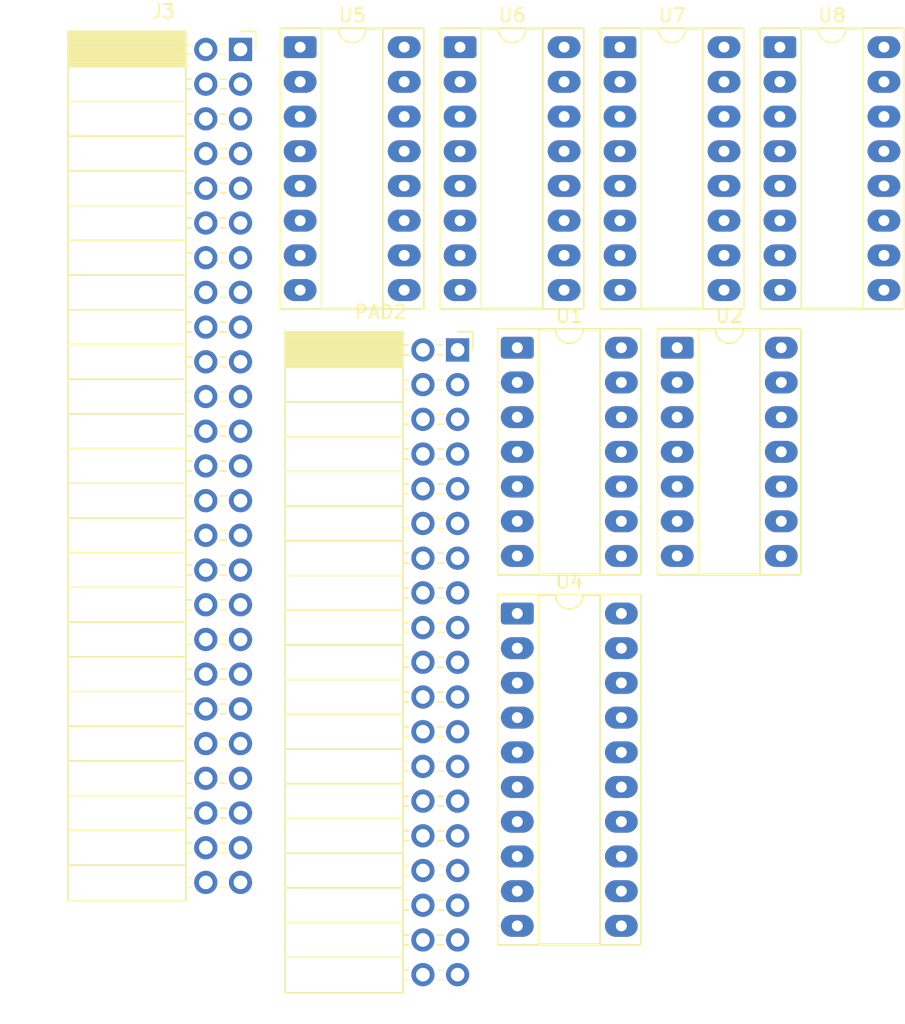
<source format=kicad_pcb>
(kicad_pcb (version 20241229) (generator "pcbnew") (generator_version "9.0")
  (layers (0 "F.Cu" signal) (2 "B.Cu" signal) (13 "F.Paste" user) (15 "B.Paste" user) (5 "F.SilkS" user "F.Silkscreen") (7 "B.SilkS" user "B.Silkscreen") (1 "F.Mask" user) (3 "B.Mask" user) (25 "Edge.Cuts" user))
  (net 0 "")
  (net 5 "/MemWrite")
  (net 7 "/IntReq")
  (net 8 "/BUS1")
  (net 11 "/IntAck")
  (net 12 "/Reset")
  (net 13 "/AddrLowIn")
  (net 14 "/AddrInc")
  (net 15 "VCC")
  (net 16 "GND")
  (net 17 "/BUS7")
  (net 19 "/MemRead")
  (net 20 "/AddrDec")
  (net 22 "/Halt")
  (net 24 "/Wait")
  (net 25 "/BUS3")
  (net 27 "/BUS2")
  (net 28 "/BUS6")
  (net 29 "/~{Clk}")
  (net 32 "/Pulse")
  (net 33 "/Clk")
  (net 36 "/BUS0")
  (net 38 "/BUS5")
  (net 39 "/BUS4")
  (net 40 "/AddrHighIn")
  (net 45 "/ADDRESS14")
  (net 46 "/ADDRESS8")
  (net 47 "/ADDRESS9")
  (net 48 "/ADDRESS0")
  (net 49 "/DATA3")
  (net 50 "/ADDRESS7")
  (net 51 "/ADDRESS2")
  (net 52 "/ADDRESS12")
  (net 53 "/DATA1")
  (net 54 "/ADDRESS11")
  (net 55 "/ADDRESS5")
  (net 56 "/DATA7")
  (net 57 "/DATA5")
  (net 58 "/ADDRESS6")
  (net 59 "/ADDRESS1")
  (net 60 "/DATA6")
  (net 61 "/ADDRESS15")
  (net 62 "/ADDRESS10")
  (net 63 "/DATA0")
  (net 64 "/DATA4")
  (net 65 "/ADDRESS4")
  (net 66 "/ADDRESS3")
  (net 67 "/ADDRESS13")
  (net 68 "/DATA2")
  (net 69 "Net-(U5-~{LOAD})")
  (net 70 "Net-(U8-DOWN)")
  (net 71 "Net-(U8-UP)")
  (net 72 "Net-(U7-~{LOAD})")
  (net 73 "Net-(U2-Pad1)")
  (net 74 "Net-(U4-CE)")
  (net 75 "Net-(U2-Pad10)")
  (net 76 "Net-(U4-A->B)")
  (net 78 "Net-(U5-UP)")
  (net 79 "Net-(U5-DOWN)")
  (net 81 "Net-(U6-UP)")
  (net 82 "Net-(U6-DOWN)")
  (net 83 "Net-(U7-DOWN)")
  (net 84 "Net-(U7-UP)")
  (footprint "Package_DIP:DIP-16_W7.62mm_Socket_LongPads" (layer "F.Cu") (at 90.96 54.22)
    (property "Reference" "U6" (at 3.81 -2.33 0) (layer "F.SilkS"))
    (property "Value" "74LS193")
    (pad "1" thru_hole roundrect (at 0 0) (size 2.4 1.6) (drill 0.8) (layers "*.Cu" "*.Mask") (roundrect_rratio 0.15625) (net 8 "/BUS1"))
    (pad "2" thru_hole oval (at 0 2.54) (size 2.4 1.6) (drill 0.8) (layers "*.Cu" "*.Mask") (net 47 "/ADDRESS9"))
    (pad "3" thru_hole oval (at 0 5.08) (size 2.4 1.6) (drill 0.8) (layers "*.Cu" "*.Mask") (net 46 "/ADDRESS8"))
    (pad "4" thru_hole oval (at 0 7.62) (size 2.4 1.6) (drill 0.8) (layers "*.Cu" "*.Mask") (net 82 "Net-(U6-DOWN)"))
    (pad "5" thru_hole oval (at 0 10.16) (size 2.4 1.6) (drill 0.8) (layers "*.Cu" "*.Mask") (net 81 "Net-(U6-UP)"))
    (pad "6" thru_hole oval (at 0 12.7) (size 2.4 1.6) (drill 0.8) (layers "*.Cu" "*.Mask") (net 62 "/ADDRESS10"))
    (pad "7" thru_hole oval (at 0 15.24) (size 2.4 1.6) (drill 0.8) (layers "*.Cu" "*.Mask") (net 54 "/ADDRESS11"))
    (pad "8" thru_hole oval (at 0 17.78) (size 2.4 1.6) (drill 0.8) (layers "*.Cu" "*.Mask") (net 16 "GND"))
    (pad "9" thru_hole oval (at 7.62 17.78) (size 2.4 1.6) (drill 0.8) (layers "*.Cu" "*.Mask") (net 25 "/BUS3"))
    (pad "10" thru_hole oval (at 7.62 15.24) (size 2.4 1.6) (drill 0.8) (layers "*.Cu" "*.Mask") (net 27 "/BUS2"))
    (pad "11" thru_hole oval (at 7.62 12.7) (size 2.4 1.6) (drill 0.8) (layers "*.Cu" "*.Mask") (net 69 "Net-(U5-~{LOAD})"))
    (pad "12" thru_hole oval (at 7.62 10.16) (size 2.4 1.6) (drill 0.8) (layers "*.Cu" "*.Mask") (net 78 "Net-(U5-UP)"))
    (pad "13" thru_hole oval (at 7.62 7.62) (size 2.4 1.6) (drill 0.8) (layers "*.Cu" "*.Mask") (net 79 "Net-(U5-DOWN)"))
    (pad "14" thru_hole oval (at 7.62 5.08) (size 2.4 1.6) (drill 0.8) (layers "*.Cu" "*.Mask") (net 12 "/Reset"))
    (pad "15" thru_hole oval (at 7.62 2.54) (size 2.4 1.6) (drill 0.8) (layers "*.Cu" "*.Mask") (net 36 "/BUS0"))
    (pad "16" thru_hole oval (at 7.62 0) (size 2.4 1.6) (drill 0.8) (layers "*.Cu" "*.Mask") (net 15 "VCC"))
  )
  (footprint "Package_DIP:DIP-20_W7.62mm_Socket_LongPads" (layer "F.Cu") (at 95.15 95.67)
    (property "Reference" "U4" (at 3.81 -2.33 0) (layer "F.SilkS"))
    (property "Value" "74LS245")
    (pad "1" thru_hole roundrect (at 0 0) (size 2.4 1.6) (drill 0.8) (layers "*.Cu" "*.Mask") (roundrect_rratio 0.15625) (net 76 "Net-(U4-A->B)"))
    (pad "2" thru_hole oval (at 0 2.54) (size 2.4 1.6) (drill 0.8) (layers "*.Cu" "*.Mask") (net 63 "/DATA0"))
    (pad "3" thru_hole oval (at 0 5.08) (size 2.4 1.6) (drill 0.8) (layers "*.Cu" "*.Mask") (net 53 "/DATA1"))
    (pad "4" thru_hole oval (at 0 7.62) (size 2.4 1.6) (drill 0.8) (layers "*.Cu" "*.Mask") (net 68 "/DATA2"))
    (pad "5" thru_hole oval (at 0 10.16) (size 2.4 1.6) (drill 0.8) (layers "*.Cu" "*.Mask") (net 49 "/DATA3"))
    (pad "6" thru_hole oval (at 0 12.7) (size 2.4 1.6) (drill 0.8) (layers "*.Cu" "*.Mask") (net 64 "/DATA4"))
    (pad "7" thru_hole oval (at 0 15.24) (size 2.4 1.6) (drill 0.8) (layers "*.Cu" "*.Mask") (net 57 "/DATA5"))
    (pad "8" thru_hole oval (at 0 17.78) (size 2.4 1.6) (drill 0.8) (layers "*.Cu" "*.Mask") (net 60 "/DATA6"))
    (pad "9" thru_hole oval (at 0 20.32) (size 2.4 1.6) (drill 0.8) (layers "*.Cu" "*.Mask") (net 56 "/DATA7"))
    (pad "10" thru_hole oval (at 0 22.86) (size 2.4 1.6) (drill 0.8) (layers "*.Cu" "*.Mask") (net 16 "GND"))
    (pad "11" thru_hole oval (at 7.62 22.86) (size 2.4 1.6) (drill 0.8) (layers "*.Cu" "*.Mask") (net 17 "/BUS7"))
    (pad "12" thru_hole oval (at 7.62 20.32) (size 2.4 1.6) (drill 0.8) (layers "*.Cu" "*.Mask") (net 38 "/BUS5"))
    (pad "13" thru_hole oval (at 7.62 17.78) (size 2.4 1.6) (drill 0.8) (layers "*.Cu" "*.Mask") (net 38 "/BUS5"))
    (pad "14" thru_hole oval (at 7.62 15.24) (size 2.4 1.6) (drill 0.8) (layers "*.Cu" "*.Mask") (net 39 "/BUS4"))
    (pad "15" thru_hole oval (at 7.62 12.7) (size 2.4 1.6) (drill 0.8) (layers "*.Cu" "*.Mask") (net 25 "/BUS3"))
    (pad "16" thru_hole oval (at 7.62 10.16) (size 2.4 1.6) (drill 0.8) (layers "*.Cu" "*.Mask") (net 27 "/BUS2"))
    (pad "17" thru_hole oval (at 7.62 7.62) (size 2.4 1.6) (drill 0.8) (layers "*.Cu" "*.Mask") (net 8 "/BUS1"))
    (pad "18" thru_hole oval (at 7.62 5.08) (size 2.4 1.6) (drill 0.8) (layers "*.Cu" "*.Mask") (net 36 "/BUS0"))
    (pad "19" thru_hole oval (at 7.62 2.54) (size 2.4 1.6) (drill 0.8) (layers "*.Cu" "*.Mask") (net 74 "Net-(U4-CE)"))
    (pad "20" thru_hole oval (at 7.62 0) (size 2.4 1.6) (drill 0.8) (layers "*.Cu" "*.Mask") (net 15 "VCC"))
  )
  (footprint "Package_DIP:DIP-16_W7.62mm_Socket_LongPads" (layer "F.Cu") (at 79.25 54.22)
    (property "Reference" "U5" (at 3.81 -2.33 0) (layer "F.SilkS"))
    (property "Value" "74LS193")
    (pad "1" thru_hole roundrect (at 0 0) (size 2.4 1.6) (drill 0.8) (layers "*.Cu" "*.Mask") (roundrect_rratio 0.15625) (net 38 "/BUS5"))
    (pad "2" thru_hole oval (at 0 2.54) (size 2.4 1.6) (drill 0.8) (layers "*.Cu" "*.Mask") (net 67 "/ADDRESS13"))
    (pad "3" thru_hole oval (at 0 5.08) (size 2.4 1.6) (drill 0.8) (layers "*.Cu" "*.Mask") (net 52 "/ADDRESS12"))
    (pad "4" thru_hole oval (at 0 7.62) (size 2.4 1.6) (drill 0.8) (layers "*.Cu" "*.Mask") (net 79 "Net-(U5-DOWN)"))
    (pad "5" thru_hole oval (at 0 10.16) (size 2.4 1.6) (drill 0.8) (layers "*.Cu" "*.Mask") (net 78 "Net-(U5-UP)"))
    (pad "6" thru_hole oval (at 0 12.7) (size 2.4 1.6) (drill 0.8) (layers "*.Cu" "*.Mask") (net 45 "/ADDRESS14"))
    (pad "7" thru_hole oval (at 0 15.24) (size 2.4 1.6) (drill 0.8) (layers "*.Cu" "*.Mask") (net 61 "/ADDRESS15"))
    (pad "8" thru_hole oval (at 0 17.78) (size 2.4 1.6) (drill 0.8) (layers "*.Cu" "*.Mask") (net 16 "GND"))
    (pad "9" thru_hole oval (at 7.62 17.78) (size 2.4 1.6) (drill 0.8) (layers "*.Cu" "*.Mask") (net 17 "/BUS7"))
    (pad "10" thru_hole oval (at 7.62 15.24) (size 2.4 1.6) (drill 0.8) (layers "*.Cu" "*.Mask") (net 28 "/BUS6"))
    (pad "11" thru_hole oval (at 7.62 12.7) (size 2.4 1.6) (drill 0.8) (layers "*.Cu" "*.Mask") (net 69 "Net-(U5-~{LOAD})"))
    (pad "12" thru_hole oval (at 7.62 10.16) (size 2.4 1.6) (drill 0.8) (layers "*.Cu" "*.Mask"))
    (pad "13" thru_hole oval (at 7.62 7.62) (size 2.4 1.6) (drill 0.8) (layers "*.Cu" "*.Mask"))
    (pad "14" thru_hole oval (at 7.62 5.08) (size 2.4 1.6) (drill 0.8) (layers "*.Cu" "*.Mask") (net 12 "/Reset"))
    (pad "15" thru_hole oval (at 7.62 2.54) (size 2.4 1.6) (drill 0.8) (layers "*.Cu" "*.Mask") (net 39 "/BUS4"))
    (pad "16" thru_hole oval (at 7.62 0) (size 2.4 1.6) (drill 0.8) (layers "*.Cu" "*.Mask") (net 15 "VCC"))
  )
  (footprint "Connector_PinSocket_2.54mm:PinSocket_2x19_P2.54mm_Horizontal" (layer "F.Cu") (at 90.78 76.38)
    (property "Reference" "PAD2" (at -5.65 -2.77 0) (layer "F.SilkS"))
    (property "Value" "Conn_02x19_Counter_Clockwise")
    (pad "1" thru_hole rect (at 0 0) (size 1.7 1.7) (drill 1) (layers "*.Cu" "*.Mask") (net 16 "GND"))
    (pad "2" thru_hole circle (at -2.54 0) (size 1.7 1.7) (drill 1) (layers "*.Cu" "*.Mask") (net 33 "/Clk"))
    (pad "3" thru_hole circle (at 0 2.54) (size 1.7 1.7) (drill 1) (layers "*.Cu" "*.Mask") (net 16 "GND"))
    (pad "4" thru_hole circle (at -2.54 2.54) (size 1.7 1.7) (drill 1) (layers "*.Cu" "*.Mask") (net 63 "/DATA0"))
    (pad "5" thru_hole circle (at 0 5.08) (size 1.7 1.7) (drill 1) (layers "*.Cu" "*.Mask") (net 53 "/DATA1"))
    (pad "6" thru_hole circle (at -2.54 5.08) (size 1.7 1.7) (drill 1) (layers "*.Cu" "*.Mask") (net 68 "/DATA2"))
    (pad "7" thru_hole circle (at 0 7.62) (size 1.7 1.7) (drill 1) (layers "*.Cu" "*.Mask") (net 49 "/DATA3"))
    (pad "8" thru_hole circle (at -2.54 7.62) (size 1.7 1.7) (drill 1) (layers "*.Cu" "*.Mask") (net 64 "/DATA4"))
    (pad "9" thru_hole circle (at 0 10.16) (size 1.7 1.7) (drill 1) (layers "*.Cu" "*.Mask") (net 57 "/DATA5"))
    (pad "10" thru_hole circle (at -2.54 10.16) (size 1.7 1.7) (drill 1) (layers "*.Cu" "*.Mask") (net 60 "/DATA6"))
    (pad "11" thru_hole circle (at 0 12.7) (size 1.7 1.7) (drill 1) (layers "*.Cu" "*.Mask") (net 56 "/DATA7"))
    (pad "12" thru_hole circle (at -2.54 12.7) (size 1.7 1.7) (drill 1) (layers "*.Cu" "*.Mask") (net 5 "/MemWrite"))
    (pad "13" thru_hole circle (at 0 15.24) (size 1.7 1.7) (drill 1) (layers "*.Cu" "*.Mask") (net 19 "/MemRead"))
    (pad "14" thru_hole circle (at -2.54 15.24) (size 1.7 1.7) (drill 1) (layers "*.Cu" "*.Mask") (net 22 "/Halt"))
    (pad "15" thru_hole circle (at 0 17.78) (size 1.7 1.7) (drill 1) (layers "*.Cu" "*.Mask") (net 24 "/Wait"))
    (pad "16" thru_hole circle (at -2.54 17.78) (size 1.7 1.7) (drill 1) (layers "*.Cu" "*.Mask") (net 7 "/IntReq"))
    (pad "17" thru_hole circle (at 0 20.32) (size 1.7 1.7) (drill 1) (layers "*.Cu" "*.Mask") (net 11 "/IntAck"))
    (pad "18" thru_hole circle (at -2.54 20.32) (size 1.7 1.7) (drill 1) (layers "*.Cu" "*.Mask") (net 12 "/Reset"))
    (pad "19" thru_hole circle (at 0 22.86) (size 1.7 1.7) (drill 1) (layers "*.Cu" "*.Mask") (net 16 "GND"))
    (pad "20" thru_hole circle (at -2.54 22.86) (size 1.7 1.7) (drill 1) (layers "*.Cu" "*.Mask") (net 16 "GND"))
    (pad "21" thru_hole circle (at 0 25.4) (size 1.7 1.7) (drill 1) (layers "*.Cu" "*.Mask") (net 16 "GND"))
    (pad "22" thru_hole circle (at -2.54 25.4) (size 1.7 1.7) (drill 1) (layers "*.Cu" "*.Mask") (net 48 "/ADDRESS0"))
    (pad "23" thru_hole circle (at 0 27.94) (size 1.7 1.7) (drill 1) (layers "*.Cu" "*.Mask") (net 59 "/ADDRESS1"))
    (pad "24" thru_hole circle (at -2.54 27.94) (size 1.7 1.7) (drill 1) (layers "*.Cu" "*.Mask") (net 51 "/ADDRESS2"))
    (pad "25" thru_hole circle (at 0 30.48) (size 1.7 1.7) (drill 1) (layers "*.Cu" "*.Mask") (net 66 "/ADDRESS3"))
    (pad "26" thru_hole circle (at -2.54 30.48) (size 1.7 1.7) (drill 1) (layers "*.Cu" "*.Mask") (net 65 "/ADDRESS4"))
    (pad "27" thru_hole circle (at 0 33.02) (size 1.7 1.7) (drill 1) (layers "*.Cu" "*.Mask") (net 55 "/ADDRESS5"))
    (pad "28" thru_hole circle (at -2.54 33.02) (size 1.7 1.7) (drill 1) (layers "*.Cu" "*.Mask") (net 58 "/ADDRESS6"))
    (pad "29" thru_hole circle (at 0 35.56) (size 1.7 1.7) (drill 1) (layers "*.Cu" "*.Mask") (net 50 "/ADDRESS7"))
    (pad "30" thru_hole circle (at -2.54 35.56) (size 1.7 1.7) (drill 1) (layers "*.Cu" "*.Mask") (net 46 "/ADDRESS8"))
    (pad "31" thru_hole circle (at 0 38.1) (size 1.7 1.7) (drill 1) (layers "*.Cu" "*.Mask") (net 47 "/ADDRESS9"))
    (pad "32" thru_hole circle (at -2.54 38.1) (size 1.7 1.7) (drill 1) (layers "*.Cu" "*.Mask") (net 62 "/ADDRESS10"))
    (pad "33" thru_hole circle (at 0 40.64) (size 1.7 1.7) (drill 1) (layers "*.Cu" "*.Mask") (net 54 "/ADDRESS11"))
    (pad "34" thru_hole circle (at -2.54 40.64) (size 1.7 1.7) (drill 1) (layers "*.Cu" "*.Mask") (net 52 "/ADDRESS12"))
    (pad "35" thru_hole circle (at 0 43.18) (size 1.7 1.7) (drill 1) (layers "*.Cu" "*.Mask") (net 67 "/ADDRESS13"))
    (pad "36" thru_hole circle (at -2.54 43.18) (size 1.7 1.7) (drill 1) (layers "*.Cu" "*.Mask") (net 45 "/ADDRESS14"))
    (pad "37" thru_hole circle (at 0 45.72) (size 1.7 1.7) (drill 1) (layers "*.Cu" "*.Mask") (net 61 "/ADDRESS15"))
    (pad "38" thru_hole circle (at -2.54 45.72) (size 1.7 1.7) (drill 1) (layers "*.Cu" "*.Mask") (net 16 "GND"))
  )
  (footprint "Package_DIP:DIP-14_W7.62mm_Socket_LongPads" (layer "F.Cu") (at 95.15 76.22)
    (property "Reference" "U1" (at 3.81 -2.33 0) (layer "F.SilkS"))
    (property "Value" "74LS00")
    (pad "1" thru_hole roundrect (at 0 0) (size 2.4 1.6) (drill 0.8) (layers "*.Cu" "*.Mask") (roundrect_rratio 0.15625) (net 40 "/AddrHighIn"))
    (pad "2" thru_hole oval (at 0 2.54) (size 2.4 1.6) (drill 0.8) (layers "*.Cu" "*.Mask") (net 32 "/Pulse"))
    (pad "3" thru_hole oval (at 0 5.08) (size 2.4 1.6) (drill 0.8) (layers "*.Cu" "*.Mask") (net 69 "Net-(U5-~{LOAD})"))
    (pad "4" thru_hole oval (at 0 7.62) (size 2.4 1.6) (drill 0.8) (layers "*.Cu" "*.Mask") (net 13 "/AddrLowIn"))
    (pad "5" thru_hole oval (at 0 10.16) (size 2.4 1.6) (drill 0.8) (layers "*.Cu" "*.Mask") (net 32 "/Pulse"))
    (pad "6" thru_hole oval (at 0 12.7) (size 2.4 1.6) (drill 0.8) (layers "*.Cu" "*.Mask") (net 72 "Net-(U7-~{LOAD})"))
    (pad "7" thru_hole oval (at 0 15.24) (size 2.4 1.6) (drill 0.8) (layers "*.Cu" "*.Mask") (net 16 "GND"))
    (pad "8" thru_hole oval (at 7.62 15.24) (size 2.4 1.6) (drill 0.8) (layers "*.Cu" "*.Mask") (net 71 "Net-(U8-UP)"))
    (pad "9" thru_hole oval (at 7.62 12.7) (size 2.4 1.6) (drill 0.8) (layers "*.Cu" "*.Mask") (net 29 "/~{Clk}"))
    (pad "10" thru_hole oval (at 7.62 10.16) (size 2.4 1.6) (drill 0.8) (layers "*.Cu" "*.Mask") (net 14 "/AddrInc"))
    (pad "11" thru_hole oval (at 7.62 7.62) (size 2.4 1.6) (drill 0.8) (layers "*.Cu" "*.Mask") (net 70 "Net-(U8-DOWN)"))
    (pad "12" thru_hole oval (at 7.62 5.08) (size 2.4 1.6) (drill 0.8) (layers "*.Cu" "*.Mask") (net 29 "/~{Clk}"))
    (pad "13" thru_hole oval (at 7.62 2.54) (size 2.4 1.6) (drill 0.8) (layers "*.Cu" "*.Mask") (net 20 "/AddrDec"))
    (pad "14" thru_hole oval (at 7.62 0) (size 2.4 1.6) (drill 0.8) (layers "*.Cu" "*.Mask") (net 15 "VCC"))
  )
  (footprint "Package_DIP:DIP-16_W7.62mm_Socket_LongPads" (layer "F.Cu") (at 114.38 54.22)
    (property "Reference" "U8" (at 3.81 -2.33 0) (layer "F.SilkS"))
    (property "Value" "74LS193")
    (pad "1" thru_hole roundrect (at 0 0) (size 2.4 1.6) (drill 0.8) (layers "*.Cu" "*.Mask") (roundrect_rratio 0.15625) (net 8 "/BUS1"))
    (pad "2" thru_hole oval (at 0 2.54) (size 2.4 1.6) (drill 0.8) (layers "*.Cu" "*.Mask") (net 59 "/ADDRESS1"))
    (pad "3" thru_hole oval (at 0 5.08) (size 2.4 1.6) (drill 0.8) (layers "*.Cu" "*.Mask") (net 48 "/ADDRESS0"))
    (pad "4" thru_hole oval (at 0 7.62) (size 2.4 1.6) (drill 0.8) (layers "*.Cu" "*.Mask") (net 70 "Net-(U8-DOWN)"))
    (pad "5" thru_hole oval (at 0 10.16) (size 2.4 1.6) (drill 0.8) (layers "*.Cu" "*.Mask") (net 71 "Net-(U8-UP)"))
    (pad "6" thru_hole oval (at 0 12.7) (size 2.4 1.6) (drill 0.8) (layers "*.Cu" "*.Mask") (net 51 "/ADDRESS2"))
    (pad "7" thru_hole oval (at 0 15.24) (size 2.4 1.6) (drill 0.8) (layers "*.Cu" "*.Mask") (net 66 "/ADDRESS3"))
    (pad "8" thru_hole oval (at 0 17.78) (size 2.4 1.6) (drill 0.8) (layers "*.Cu" "*.Mask") (net 16 "GND"))
    (pad "9" thru_hole oval (at 7.62 17.78) (size 2.4 1.6) (drill 0.8) (layers "*.Cu" "*.Mask") (net 25 "/BUS3"))
    (pad "10" thru_hole oval (at 7.62 15.24) (size 2.4 1.6) (drill 0.8) (layers "*.Cu" "*.Mask") (net 27 "/BUS2"))
    (pad "11" thru_hole oval (at 7.62 12.7) (size 2.4 1.6) (drill 0.8) (layers "*.Cu" "*.Mask") (net 72 "Net-(U7-~{LOAD})"))
    (pad "12" thru_hole oval (at 7.62 10.16) (size 2.4 1.6) (drill 0.8) (layers "*.Cu" "*.Mask") (net 84 "Net-(U7-UP)"))
    (pad "13" thru_hole oval (at 7.62 7.62) (size 2.4 1.6) (drill 0.8) (layers "*.Cu" "*.Mask") (net 83 "Net-(U7-DOWN)"))
    (pad "14" thru_hole oval (at 7.62 5.08) (size 2.4 1.6) (drill 0.8) (layers "*.Cu" "*.Mask") (net 12 "/Reset"))
    (pad "15" thru_hole oval (at 7.62 2.54) (size 2.4 1.6) (drill 0.8) (layers "*.Cu" "*.Mask") (net 36 "/BUS0"))
    (pad "16" thru_hole oval (at 7.62 0) (size 2.4 1.6) (drill 0.8) (layers "*.Cu" "*.Mask") (net 15 "VCC"))
  )
  (footprint "Package_DIP:DIP-14_W7.62mm_Socket_LongPads" (layer "F.Cu") (at 106.86 76.22)
    (property "Reference" "U2" (at 3.81 -2.33 0) (layer "F.SilkS"))
    (property "Value" "74LS02")
    (pad "1" thru_hole roundrect (at 0 0) (size 2.4 1.6) (drill 0.8) (layers "*.Cu" "*.Mask") (roundrect_rratio 0.15625) (net 73 "Net-(U2-Pad1)"))
    (pad "2" thru_hole oval (at 0 2.54) (size 2.4 1.6) (drill 0.8) (layers "*.Cu" "*.Mask") (net 19 "/MemRead"))
    (pad "3" thru_hole oval (at 0 5.08) (size 2.4 1.6) (drill 0.8) (layers "*.Cu" "*.Mask") (net 11 "/IntAck"))
    (pad "4" thru_hole oval (at 0 7.62) (size 2.4 1.6) (drill 0.8) (layers "*.Cu" "*.Mask") (net 76 "Net-(U4-A->B)"))
    (pad "5" thru_hole oval (at 0 10.16) (size 2.4 1.6) (drill 0.8) (layers "*.Cu" "*.Mask") (net 73 "Net-(U2-Pad1)"))
    (pad "6" thru_hole oval (at 0 12.7) (size 2.4 1.6) (drill 0.8) (layers "*.Cu" "*.Mask") (net 73 "Net-(U2-Pad1)"))
    (pad "7" thru_hole oval (at 0 15.24) (size 2.4 1.6) (drill 0.8) (layers "*.Cu" "*.Mask") (net 16 "GND"))
    (pad "8" thru_hole oval (at 7.62 15.24) (size 2.4 1.6) (drill 0.8) (layers "*.Cu" "*.Mask") (net 76 "Net-(U4-A->B)"))
    (pad "9" thru_hole oval (at 7.62 12.7) (size 2.4 1.6) (drill 0.8) (layers "*.Cu" "*.Mask") (net 5 "/MemWrite"))
    (pad "10" thru_hole oval (at 7.62 10.16) (size 2.4 1.6) (drill 0.8) (layers "*.Cu" "*.Mask") (net 75 "Net-(U2-Pad10)"))
    (pad "11" thru_hole oval (at 7.62 7.62) (size 2.4 1.6) (drill 0.8) (layers "*.Cu" "*.Mask") (net 75 "Net-(U2-Pad10)"))
    (pad "12" thru_hole oval (at 7.62 5.08) (size 2.4 1.6) (drill 0.8) (layers "*.Cu" "*.Mask") (net 75 "Net-(U2-Pad10)"))
    (pad "13" thru_hole oval (at 7.62 2.54) (size 2.4 1.6) (drill 0.8) (layers "*.Cu" "*.Mask") (net 74 "Net-(U4-CE)"))
    (pad "14" thru_hole oval (at 7.62 0) (size 2.4 1.6) (drill 0.8) (layers "*.Cu" "*.Mask") (net 15 "VCC"))
  )
  (footprint "Package_DIP:DIP-16_W7.62mm_Socket_LongPads" (layer "F.Cu") (at 102.67 54.22)
    (property "Reference" "U7" (at 3.81 -2.33 0) (layer "F.SilkS"))
    (property "Value" "74LS193")
    (pad "1" thru_hole roundrect (at 0 0) (size 2.4 1.6) (drill 0.8) (layers "*.Cu" "*.Mask") (roundrect_rratio 0.15625) (net 38 "/BUS5"))
    (pad "2" thru_hole oval (at 0 2.54) (size 2.4 1.6) (drill 0.8) (layers "*.Cu" "*.Mask") (net 55 "/ADDRESS5"))
    (pad "3" thru_hole oval (at 0 5.08) (size 2.4 1.6) (drill 0.8) (layers "*.Cu" "*.Mask") (net 65 "/ADDRESS4"))
    (pad "4" thru_hole oval (at 0 7.62) (size 2.4 1.6) (drill 0.8) (layers "*.Cu" "*.Mask") (net 83 "Net-(U7-DOWN)"))
    (pad "5" thru_hole oval (at 0 10.16) (size 2.4 1.6) (drill 0.8) (layers "*.Cu" "*.Mask") (net 84 "Net-(U7-UP)"))
    (pad "6" thru_hole oval (at 0 12.7) (size 2.4 1.6) (drill 0.8) (layers "*.Cu" "*.Mask") (net 58 "/ADDRESS6"))
    (pad "7" thru_hole oval (at 0 15.24) (size 2.4 1.6) (drill 0.8) (layers "*.Cu" "*.Mask") (net 50 "/ADDRESS7"))
    (pad "8" thru_hole oval (at 0 17.78) (size 2.4 1.6) (drill 0.8) (layers "*.Cu" "*.Mask") (net 16 "GND"))
    (pad "9" thru_hole oval (at 7.62 17.78) (size 2.4 1.6) (drill 0.8) (layers "*.Cu" "*.Mask") (net 17 "/BUS7"))
    (pad "10" thru_hole oval (at 7.62 15.24) (size 2.4 1.6) (drill 0.8) (layers "*.Cu" "*.Mask") (net 28 "/BUS6"))
    (pad "11" thru_hole oval (at 7.62 12.7) (size 2.4 1.6) (drill 0.8) (layers "*.Cu" "*.Mask") (net 72 "Net-(U7-~{LOAD})"))
    (pad "12" thru_hole oval (at 7.62 10.16) (size 2.4 1.6) (drill 0.8) (layers "*.Cu" "*.Mask") (net 81 "Net-(U6-UP)"))
    (pad "13" thru_hole oval (at 7.62 7.62) (size 2.4 1.6) (drill 0.8) (layers "*.Cu" "*.Mask") (net 82 "Net-(U6-DOWN)"))
    (pad "14" thru_hole oval (at 7.62 5.08) (size 2.4 1.6) (drill 0.8) (layers "*.Cu" "*.Mask") (net 12 "/Reset"))
    (pad "15" thru_hole oval (at 7.62 2.54) (size 2.4 1.6) (drill 0.8) (layers "*.Cu" "*.Mask") (net 39 "/BUS4"))
    (pad "16" thru_hole oval (at 7.62 0) (size 2.4 1.6) (drill 0.8) (layers "*.Cu" "*.Mask") (net 15 "VCC"))
  )
  (footprint "Connector_PinSocket_2.54mm:PinSocket_2x25_P2.54mm_Horizontal" (layer "F.Cu") (at 74.88 54.39)
    (property "Reference" "J3" (at -5.65 -2.77 0) (layer "F.SilkS"))
    (property "Value" "Conn_02x25_Counter_Clockwise")
    (pad "1" thru_hole rect (at 0 0) (size 1.7 1.7) (drill 1) (layers "*.Cu" "*.Mask") (net 15 "VCC"))
    (pad "2" thru_hole circle (at -2.54 0) (size 1.7 1.7) (drill 1) (layers "*.Cu" "*.Mask") (net 16 "GND"))
    (pad "3" thru_hole circle (at 0 2.54) (size 1.7 1.7) (drill 1) (layers "*.Cu" "*.Mask") (net 29 "/~{Clk}"))
    (pad "4" thru_hole circle (at -2.54 2.54) (size 1.7 1.7) (drill 1) (layers "*.Cu" "*.Mask") (net 33 "/Clk"))
    (pad "5" thru_hole circle (at 0 5.08) (size 1.7 1.7) (drill 1) (layers "*.Cu" "*.Mask"))
    (pad "6" thru_hole circle (at -2.54 5.08) (size 1.7 1.7) (drill 1) (layers "*.Cu" "*.Mask"))
    (pad "7" thru_hole circle (at 0 7.62) (size 1.7 1.7) (drill 1) (layers "*.Cu" "*.Mask"))
    (pad "8" thru_hole circle (at -2.54 7.62) (size 1.7 1.7) (drill 1) (layers "*.Cu" "*.Mask"))
    (pad "9" thru_hole circle (at 0 10.16) (size 1.7 1.7) (drill 1) (layers "*.Cu" "*.Mask"))
    (pad "10" thru_hole circle (at -2.54 10.16) (size 1.7 1.7) (drill 1) (layers "*.Cu" "*.Mask") (net 16 "GND"))
    (pad "11" thru_hole circle (at 0 12.7) (size 1.7 1.7) (drill 1) (layers "*.Cu" "*.Mask") (net 36 "/BUS0"))
    (pad "12" thru_hole circle (at -2.54 12.7) (size 1.7 1.7) (drill 1) (layers "*.Cu" "*.Mask") (net 8 "/BUS1"))
    (pad "13" thru_hole circle (at 0 15.24) (size 1.7 1.7) (drill 1) (layers "*.Cu" "*.Mask") (net 27 "/BUS2"))
    (pad "14" thru_hole circle (at -2.54 15.24) (size 1.7 1.7) (drill 1) (layers "*.Cu" "*.Mask") (net 25 "/BUS3"))
    (pad "15" thru_hole circle (at 0 17.78) (size 1.7 1.7) (drill 1) (layers "*.Cu" "*.Mask") (net 39 "/BUS4"))
    (pad "16" thru_hole circle (at -2.54 17.78) (size 1.7 1.7) (drill 1) (layers "*.Cu" "*.Mask") (net 38 "/BUS5"))
    (pad "17" thru_hole circle (at 0 20.32) (size 1.7 1.7) (drill 1) (layers "*.Cu" "*.Mask") (net 28 "/BUS6"))
    (pad "18" thru_hole circle (at -2.54 20.32) (size 1.7 1.7) (drill 1) (layers "*.Cu" "*.Mask") (net 17 "/BUS7"))
    (pad "19" thru_hole circle (at 0 22.86) (size 1.7 1.7) (drill 1) (layers "*.Cu" "*.Mask") (net 16 "GND"))
    (pad "20" thru_hole circle (at -2.54 22.86) (size 1.7 1.7) (drill 1) (layers "*.Cu" "*.Mask"))
    (pad "21" thru_hole circle (at 0 25.4) (size 1.7 1.7) (drill 1) (layers "*.Cu" "*.Mask"))
    (pad "22" thru_hole circle (at -2.54 25.4) (size 1.7 1.7) (drill 1) (layers "*.Cu" "*.Mask"))
    (pad "23" thru_hole circle (at 0 27.94) (size 1.7 1.7) (drill 1) (layers "*.Cu" "*.Mask"))
    (pad "24" thru_hole circle (at -2.54 27.94) (size 1.7 1.7) (drill 1) (layers "*.Cu" "*.Mask"))
    (pad "25" thru_hole circle (at 0 30.48) (size 1.7 1.7) (drill 1) (layers "*.Cu" "*.Mask") (net 15 "VCC"))
    (pad "26" thru_hole circle (at -2.54 30.48) (size 1.7 1.7) (drill 1) (layers "*.Cu" "*.Mask") (net 15 "VCC"))
    (pad "27" thru_hole circle (at 0 33.02) (size 1.7 1.7) (drill 1) (layers "*.Cu" "*.Mask"))
    (pad "28" thru_hole circle (at -2.54 33.02) (size 1.7 1.7) (drill 1) (layers "*.Cu" "*.Mask"))
    (pad "29" thru_hole circle (at 0 35.56) (size 1.7 1.7) (drill 1) (layers "*.Cu" "*.Mask"))
    (pad "30" thru_hole circle (at -2.54 35.56) (size 1.7 1.7) (drill 1) (layers "*.Cu" "*.Mask"))
    (pad "31" thru_hole circle (at 0 38.1) (size 1.7 1.7) (drill 1) (layers "*.Cu" "*.Mask"))
    (pad "32" thru_hole circle (at -2.54 38.1) (size 1.7 1.7) (drill 1) (layers "*.Cu" "*.Mask"))
    (pad "33" thru_hole circle (at 0 40.64) (size 1.7 1.7) (drill 1) (layers "*.Cu" "*.Mask"))
    (pad "34" thru_hole circle (at -2.54 40.64) (size 1.7 1.7) (drill 1) (layers "*.Cu" "*.Mask") (net 12 "/Reset"))
    (pad "35" thru_hole circle (at 0 43.18) (size 1.7 1.7) (drill 1) (layers "*.Cu" "*.Mask") (net 11 "/IntAck"))
    (pad "36" thru_hole circle (at -2.54 43.18) (size 1.7 1.7) (drill 1) (layers "*.Cu" "*.Mask") (net 7 "/IntReq"))
    (pad "37" thru_hole circle (at 0 45.72) (size 1.7 1.7) (drill 1) (layers "*.Cu" "*.Mask") (net 24 "/Wait"))
    (pad "38" thru_hole circle (at -2.54 45.72) (size 1.7 1.7) (drill 1) (layers "*.Cu" "*.Mask") (net 22 "/Halt"))
    (pad "39" thru_hole circle (at 0 48.26) (size 1.7 1.7) (drill 1) (layers "*.Cu" "*.Mask") (net 19 "/MemRead"))
    (pad "40" thru_hole circle (at -2.54 48.26) (size 1.7 1.7) (drill 1) (layers "*.Cu" "*.Mask") (net 5 "/MemWrite"))
    (pad "41" thru_hole circle (at 0 50.8) (size 1.7 1.7) (drill 1) (layers "*.Cu" "*.Mask"))
    (pad "42" thru_hole circle (at -2.54 50.8) (size 1.7 1.7) (drill 1) (layers "*.Cu" "*.Mask"))
    (pad "43" thru_hole circle (at 0 53.34) (size 1.7 1.7) (drill 1) (layers "*.Cu" "*.Mask"))
    (pad "44" thru_hole circle (at -2.54 53.34) (size 1.7 1.7) (drill 1) (layers "*.Cu" "*.Mask") (net 20 "/AddrDec"))
    (pad "45" thru_hole circle (at 0 55.88) (size 1.7 1.7) (drill 1) (layers "*.Cu" "*.Mask") (net 14 "/AddrInc"))
    (pad "46" thru_hole circle (at -2.54 55.88) (size 1.7 1.7) (drill 1) (layers "*.Cu" "*.Mask") (net 13 "/AddrLowIn"))
    (pad "47" thru_hole circle (at 0 58.42) (size 1.7 1.7) (drill 1) (layers "*.Cu" "*.Mask") (net 40 "/AddrHighIn"))
    (pad "48" thru_hole circle (at -2.54 58.42) (size 1.7 1.7) (drill 1) (layers "*.Cu" "*.Mask") (net 32 "/Pulse"))
    (pad "49" thru_hole circle (at 0 60.96) (size 1.7 1.7) (drill 1) (layers "*.Cu" "*.Mask") (net 16 "GND"))
    (pad "50" thru_hole circle (at -2.54 60.96) (size 1.7 1.7) (drill 1) (layers "*.Cu" "*.Mask") (net 15 "VCC"))
  )
)
</source>
